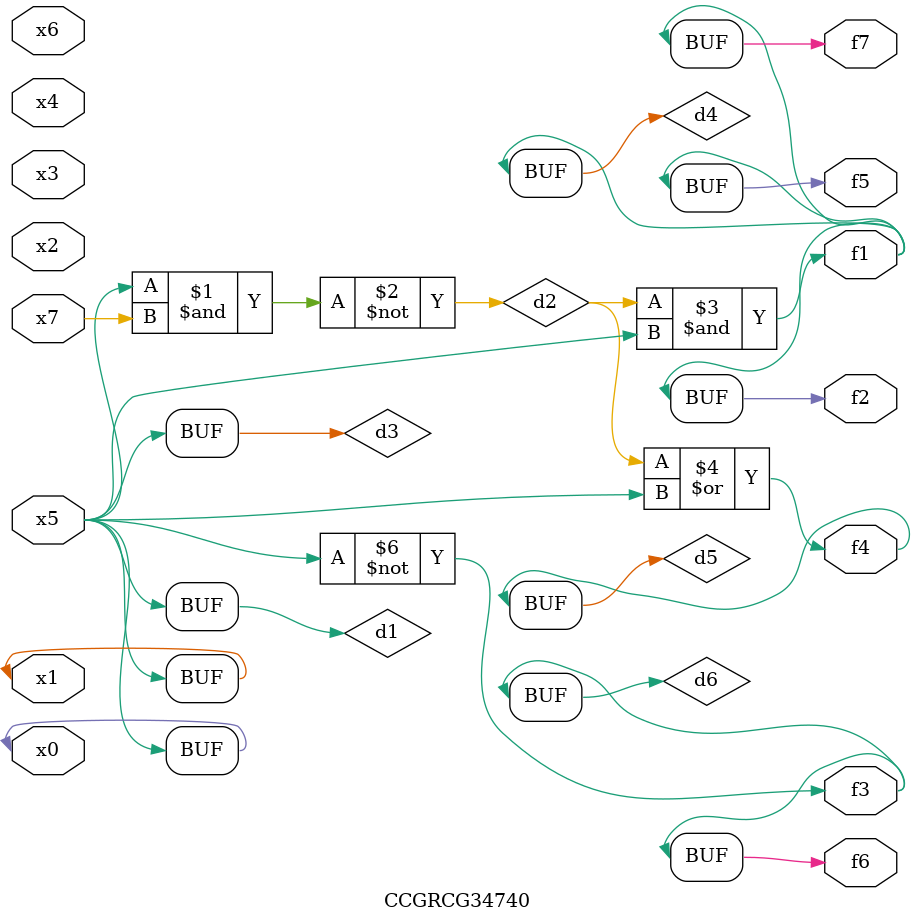
<source format=v>
module CCGRCG34740(
	input x0, x1, x2, x3, x4, x5, x6, x7,
	output f1, f2, f3, f4, f5, f6, f7
);

	wire d1, d2, d3, d4, d5, d6;

	buf (d1, x0, x5);
	nand (d2, x5, x7);
	buf (d3, x0, x1);
	and (d4, d2, d3);
	or (d5, d2, d3);
	nor (d6, d1, d3);
	assign f1 = d4;
	assign f2 = d4;
	assign f3 = d6;
	assign f4 = d5;
	assign f5 = d4;
	assign f6 = d6;
	assign f7 = d4;
endmodule

</source>
